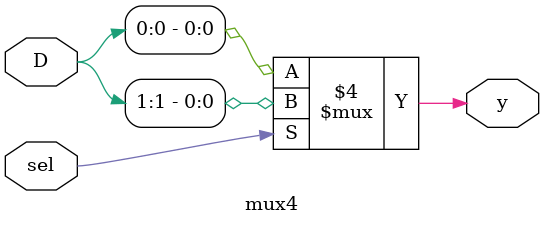
<source format=v>
module mux4(D, sel, y);
input [1:0] D; 
input sel;
output reg y;

always@(*) begin
	if(sel == 1'b0)
		y = D[0];
	else
		y = D[1];
end

endmodule
</source>
